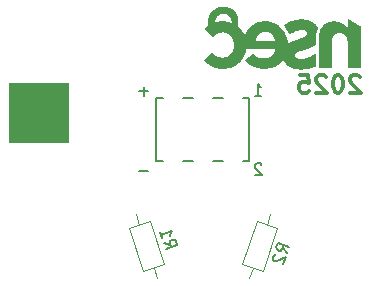
<source format=gbr>
%TF.GenerationSoftware,KiCad,Pcbnew,8.0.8*%
%TF.CreationDate,2025-04-07T01:52:13-03:00*%
%TF.ProjectId,Sao_Diamond,53616f5f-4469-4616-9d6f-6e642e6b6963,rev?*%
%TF.SameCoordinates,Original*%
%TF.FileFunction,Legend,Bot*%
%TF.FilePolarity,Positive*%
%FSLAX46Y46*%
G04 Gerber Fmt 4.6, Leading zero omitted, Abs format (unit mm)*
G04 Created by KiCad (PCBNEW 8.0.8) date 2025-04-07 01:52:13*
%MOMM*%
%LPD*%
G01*
G04 APERTURE LIST*
G04 Aperture macros list*
%AMHorizOval*
0 Thick line with rounded ends*
0 $1 width*
0 $2 $3 position (X,Y) of the first rounded end (center of the circle)*
0 $4 $5 position (X,Y) of the second rounded end (center of the circle)*
0 Add line between two ends*
20,1,$1,$2,$3,$4,$5,0*
0 Add two circle primitives to create the rounded ends*
1,1,$1,$2,$3*
1,1,$1,$4,$5*%
G04 Aperture macros list end*
%ADD10C,0.100000*%
%ADD11C,0.300000*%
%ADD12C,0.150000*%
%ADD13C,0.000000*%
%ADD14C,0.120000*%
%ADD15C,0.152400*%
%ADD16R,1.800000X1.800000*%
%ADD17C,1.800000*%
%ADD18C,1.400000*%
%ADD19HorizOval,1.400000X0.000000X0.000000X0.000000X0.000000X0*%
%ADD20HorizOval,1.400000X0.000000X0.000000X0.000000X0.000000X0*%
%ADD21R,1.041400X3.200400*%
G04 APERTURE END LIST*
D10*
X162600000Y-47500000D02*
X167600000Y-47500000D01*
X167600000Y-52500000D01*
X162600000Y-52500000D01*
X162600000Y-47500000D01*
G36*
X162600000Y-47500000D02*
G01*
X167600000Y-47500000D01*
X167600000Y-52500000D01*
X162600000Y-52500000D01*
X162600000Y-47500000D01*
G37*
D11*
X192266917Y-46993685D02*
X192195489Y-46922257D01*
X192195489Y-46922257D02*
X192052632Y-46850828D01*
X192052632Y-46850828D02*
X191695489Y-46850828D01*
X191695489Y-46850828D02*
X191552632Y-46922257D01*
X191552632Y-46922257D02*
X191481203Y-46993685D01*
X191481203Y-46993685D02*
X191409774Y-47136542D01*
X191409774Y-47136542D02*
X191409774Y-47279400D01*
X191409774Y-47279400D02*
X191481203Y-47493685D01*
X191481203Y-47493685D02*
X192338346Y-48350828D01*
X192338346Y-48350828D02*
X191409774Y-48350828D01*
X190481203Y-46850828D02*
X190338346Y-46850828D01*
X190338346Y-46850828D02*
X190195489Y-46922257D01*
X190195489Y-46922257D02*
X190124061Y-46993685D01*
X190124061Y-46993685D02*
X190052632Y-47136542D01*
X190052632Y-47136542D02*
X189981203Y-47422257D01*
X189981203Y-47422257D02*
X189981203Y-47779400D01*
X189981203Y-47779400D02*
X190052632Y-48065114D01*
X190052632Y-48065114D02*
X190124061Y-48207971D01*
X190124061Y-48207971D02*
X190195489Y-48279400D01*
X190195489Y-48279400D02*
X190338346Y-48350828D01*
X190338346Y-48350828D02*
X190481203Y-48350828D01*
X190481203Y-48350828D02*
X190624061Y-48279400D01*
X190624061Y-48279400D02*
X190695489Y-48207971D01*
X190695489Y-48207971D02*
X190766918Y-48065114D01*
X190766918Y-48065114D02*
X190838346Y-47779400D01*
X190838346Y-47779400D02*
X190838346Y-47422257D01*
X190838346Y-47422257D02*
X190766918Y-47136542D01*
X190766918Y-47136542D02*
X190695489Y-46993685D01*
X190695489Y-46993685D02*
X190624061Y-46922257D01*
X190624061Y-46922257D02*
X190481203Y-46850828D01*
X189409775Y-46993685D02*
X189338347Y-46922257D01*
X189338347Y-46922257D02*
X189195490Y-46850828D01*
X189195490Y-46850828D02*
X188838347Y-46850828D01*
X188838347Y-46850828D02*
X188695490Y-46922257D01*
X188695490Y-46922257D02*
X188624061Y-46993685D01*
X188624061Y-46993685D02*
X188552632Y-47136542D01*
X188552632Y-47136542D02*
X188552632Y-47279400D01*
X188552632Y-47279400D02*
X188624061Y-47493685D01*
X188624061Y-47493685D02*
X189481204Y-48350828D01*
X189481204Y-48350828D02*
X188552632Y-48350828D01*
X187195490Y-46850828D02*
X187909776Y-46850828D01*
X187909776Y-46850828D02*
X187981204Y-47565114D01*
X187981204Y-47565114D02*
X187909776Y-47493685D01*
X187909776Y-47493685D02*
X187766919Y-47422257D01*
X187766919Y-47422257D02*
X187409776Y-47422257D01*
X187409776Y-47422257D02*
X187266919Y-47493685D01*
X187266919Y-47493685D02*
X187195490Y-47565114D01*
X187195490Y-47565114D02*
X187124061Y-47707971D01*
X187124061Y-47707971D02*
X187124061Y-48065114D01*
X187124061Y-48065114D02*
X187195490Y-48207971D01*
X187195490Y-48207971D02*
X187266919Y-48279400D01*
X187266919Y-48279400D02*
X187409776Y-48350828D01*
X187409776Y-48350828D02*
X187766919Y-48350828D01*
X187766919Y-48350828D02*
X187909776Y-48279400D01*
X187909776Y-48279400D02*
X187981204Y-48207971D01*
D12*
X175651282Y-61056258D02*
X176208633Y-61221269D01*
X175832599Y-61598157D02*
X176780922Y-61280853D01*
X176780922Y-61280853D02*
X176660044Y-60919587D01*
X176660044Y-60919587D02*
X176584667Y-60844380D01*
X176584667Y-60844380D02*
X176524399Y-60814331D01*
X176524399Y-60814331D02*
X176418972Y-60799393D01*
X176418972Y-60799393D02*
X176283498Y-60844722D01*
X176283498Y-60844722D02*
X176208291Y-60920100D01*
X176208291Y-60920100D02*
X176178242Y-60980368D01*
X176178242Y-60980368D02*
X176163303Y-61085794D01*
X176163303Y-61085794D02*
X176284181Y-61447060D01*
X175349087Y-60153093D02*
X175530404Y-60694992D01*
X175439745Y-60424042D02*
X176388069Y-60106738D01*
X176388069Y-60106738D02*
X176282814Y-60242384D01*
X176282814Y-60242384D02*
X176222717Y-60362920D01*
X176222717Y-60362920D02*
X176207778Y-60468346D01*
X186096050Y-61958600D02*
X185750236Y-61491395D01*
X186277367Y-61416701D02*
X185329043Y-61099396D01*
X185329043Y-61099396D02*
X185208165Y-61460662D01*
X185208165Y-61460662D02*
X185223104Y-61566089D01*
X185223104Y-61566089D02*
X185253153Y-61626357D01*
X185253153Y-61626357D02*
X185328360Y-61701735D01*
X185328360Y-61701735D02*
X185463834Y-61747064D01*
X185463834Y-61747064D02*
X185569261Y-61732125D01*
X185569261Y-61732125D02*
X185629529Y-61702076D01*
X185629529Y-61702076D02*
X185704906Y-61626870D01*
X185704906Y-61626870D02*
X185825784Y-61265604D01*
X185117165Y-62032781D02*
X185056897Y-62062830D01*
X185056897Y-62062830D02*
X184981519Y-62138037D01*
X184981519Y-62138037D02*
X184905971Y-62363828D01*
X184905971Y-62363828D02*
X184920909Y-62469254D01*
X184920909Y-62469254D02*
X184950958Y-62529522D01*
X184950958Y-62529522D02*
X185026165Y-62604900D01*
X185026165Y-62604900D02*
X185116481Y-62635119D01*
X185116481Y-62635119D02*
X185267066Y-62635290D01*
X185267066Y-62635290D02*
X185990282Y-62274708D01*
X185990282Y-62274708D02*
X185793855Y-62861766D01*
X183349411Y-48594820D02*
X183920839Y-48594820D01*
X183635125Y-48594820D02*
X183635125Y-47594820D01*
X183635125Y-47594820D02*
X183730363Y-47737677D01*
X183730363Y-47737677D02*
X183825601Y-47832915D01*
X183825601Y-47832915D02*
X183920839Y-47880534D01*
X183920839Y-54440058D02*
X183873220Y-54392439D01*
X183873220Y-54392439D02*
X183777982Y-54344820D01*
X183777982Y-54344820D02*
X183539887Y-54344820D01*
X183539887Y-54344820D02*
X183444649Y-54392439D01*
X183444649Y-54392439D02*
X183397030Y-54440058D01*
X183397030Y-54440058D02*
X183349411Y-54535296D01*
X183349411Y-54535296D02*
X183349411Y-54630534D01*
X183349411Y-54630534D02*
X183397030Y-54773391D01*
X183397030Y-54773391D02*
X183968458Y-55344820D01*
X183968458Y-55344820D02*
X183349411Y-55344820D01*
X174373220Y-54963867D02*
X173611316Y-54963867D01*
X174373220Y-48213867D02*
X173611316Y-48213867D01*
X173992268Y-48594820D02*
X173992268Y-47832915D01*
D13*
%TO.C,REF\u002A\u002A*%
G36*
X191231616Y-42125730D02*
G01*
X191231955Y-42125764D01*
X191232309Y-42125821D01*
X191232676Y-42125901D01*
X191233058Y-42126005D01*
X191233454Y-42126132D01*
X191233864Y-42126282D01*
X191234287Y-42126456D01*
X191234725Y-42126653D01*
X191235177Y-42126873D01*
X192322085Y-42670327D01*
X192322497Y-42670557D01*
X192322890Y-42670813D01*
X192323263Y-42671095D01*
X192323613Y-42671401D01*
X192323942Y-42671729D01*
X192324246Y-42672078D01*
X192324526Y-42672447D01*
X192324781Y-42672834D01*
X192325010Y-42673238D01*
X192325211Y-42673657D01*
X192325384Y-42674090D01*
X192325527Y-42674535D01*
X192325641Y-42674992D01*
X192325723Y-42675458D01*
X192325773Y-42675932D01*
X192325790Y-42676413D01*
X192325790Y-46238895D01*
X192325786Y-46239065D01*
X192325773Y-46239233D01*
X192325752Y-46239398D01*
X192325724Y-46239561D01*
X192325687Y-46239721D01*
X192325643Y-46239878D01*
X192325592Y-46240032D01*
X192325534Y-46240182D01*
X192325468Y-46240328D01*
X192325396Y-46240471D01*
X192325317Y-46240609D01*
X192325232Y-46240743D01*
X192325141Y-46240873D01*
X192325043Y-46240998D01*
X192324940Y-46241118D01*
X192324831Y-46241233D01*
X192324717Y-46241343D01*
X192324597Y-46241447D01*
X192324473Y-46241545D01*
X192324343Y-46241637D01*
X192324209Y-46241723D01*
X192324071Y-46241803D01*
X192323928Y-46241876D01*
X192323781Y-46241942D01*
X192323631Y-46242001D01*
X192323476Y-46242053D01*
X192323318Y-46242098D01*
X192323157Y-46242135D01*
X192322993Y-46242164D01*
X192322826Y-46242185D01*
X192322656Y-46242198D01*
X192322483Y-46242202D01*
X191235046Y-46242202D01*
X191234618Y-46242195D01*
X191234204Y-46242175D01*
X191233803Y-46242142D01*
X191233415Y-46242095D01*
X191233040Y-46242034D01*
X191232679Y-46241961D01*
X191232331Y-46241873D01*
X191231996Y-46241773D01*
X191231675Y-46241659D01*
X191231367Y-46241531D01*
X191231073Y-46241390D01*
X191230792Y-46241236D01*
X191230525Y-46241068D01*
X191230271Y-46240887D01*
X191230030Y-46240692D01*
X191229803Y-46240484D01*
X191229590Y-46240262D01*
X191229390Y-46240027D01*
X191229204Y-46239779D01*
X191229032Y-46239517D01*
X191228873Y-46239241D01*
X191228728Y-46238952D01*
X191228596Y-46238650D01*
X191228479Y-46238334D01*
X191228375Y-46238005D01*
X191228285Y-46237662D01*
X191228208Y-46237306D01*
X191228146Y-46236936D01*
X191228097Y-46236553D01*
X191228062Y-46236156D01*
X191228041Y-46235746D01*
X191228034Y-46235323D01*
X191228695Y-44082011D01*
X191227082Y-44014630D01*
X191221890Y-43947986D01*
X191212965Y-43882473D01*
X191200152Y-43818489D01*
X191192239Y-43787193D01*
X191183295Y-43756427D01*
X191173301Y-43726241D01*
X191162239Y-43696684D01*
X191150088Y-43667805D01*
X191136829Y-43639655D01*
X191122442Y-43612282D01*
X191106909Y-43585736D01*
X191090210Y-43560066D01*
X191072326Y-43535322D01*
X191053236Y-43511553D01*
X191032923Y-43488809D01*
X191011365Y-43467139D01*
X190988545Y-43446592D01*
X190964442Y-43427218D01*
X190939037Y-43409067D01*
X190912311Y-43392187D01*
X190884244Y-43376629D01*
X190854817Y-43362441D01*
X190824011Y-43349674D01*
X190791806Y-43338376D01*
X190758183Y-43328597D01*
X190723122Y-43320387D01*
X190686604Y-43313794D01*
X190654667Y-43309381D01*
X190623091Y-43306063D01*
X190591876Y-43303840D01*
X190561021Y-43302713D01*
X190530527Y-43302682D01*
X190500392Y-43303746D01*
X190470618Y-43305907D01*
X190441203Y-43309164D01*
X190393303Y-43316815D01*
X190347566Y-43327032D01*
X190303993Y-43339817D01*
X190262582Y-43355169D01*
X190242688Y-43363808D01*
X190223335Y-43373088D01*
X190204523Y-43383011D01*
X190186251Y-43393575D01*
X190168521Y-43404781D01*
X190151331Y-43416628D01*
X190134682Y-43429118D01*
X190118573Y-43442249D01*
X190103006Y-43456022D01*
X190087979Y-43470437D01*
X190073494Y-43485494D01*
X190059549Y-43501192D01*
X190046145Y-43517533D01*
X190033281Y-43534515D01*
X190020959Y-43552139D01*
X190009177Y-43570405D01*
X189987236Y-43608863D01*
X189967459Y-43649888D01*
X189949844Y-43693480D01*
X189934393Y-43739640D01*
X189923071Y-43779130D01*
X189913255Y-43818095D01*
X189904944Y-43856536D01*
X189898139Y-43894452D01*
X189892839Y-43931843D01*
X189889045Y-43968710D01*
X189886757Y-44005052D01*
X189885974Y-44040869D01*
X189885050Y-46234926D01*
X189885042Y-46235374D01*
X189885021Y-46235808D01*
X189884985Y-46236227D01*
X189884935Y-46236633D01*
X189884871Y-46237024D01*
X189884793Y-46237400D01*
X189884700Y-46237763D01*
X189884594Y-46238111D01*
X189884472Y-46238445D01*
X189884337Y-46238765D01*
X189884188Y-46239071D01*
X189884024Y-46239362D01*
X189883846Y-46239639D01*
X189883654Y-46239902D01*
X189883448Y-46240150D01*
X189883227Y-46240385D01*
X189882992Y-46240605D01*
X189882743Y-46240811D01*
X189882480Y-46241003D01*
X189882203Y-46241180D01*
X189881912Y-46241343D01*
X189881606Y-46241492D01*
X189881286Y-46241627D01*
X189880953Y-46241748D01*
X189880605Y-46241854D01*
X189880242Y-46241947D01*
X189879866Y-46242025D01*
X189879476Y-46242089D01*
X189879071Y-46242138D01*
X189878652Y-46242174D01*
X189878220Y-46242195D01*
X189877773Y-46242202D01*
X188790865Y-46242202D01*
X188790652Y-46242199D01*
X188790446Y-46242188D01*
X188790247Y-46242171D01*
X188790054Y-46242146D01*
X188789867Y-46242115D01*
X188789687Y-46242076D01*
X188789514Y-46242031D01*
X188789347Y-46241979D01*
X188789186Y-46241919D01*
X188789032Y-46241853D01*
X188788885Y-46241780D01*
X188788744Y-46241700D01*
X188788610Y-46241612D01*
X188788482Y-46241518D01*
X188788360Y-46241417D01*
X188788246Y-46241309D01*
X188788137Y-46241194D01*
X188788035Y-46241072D01*
X188787940Y-46240943D01*
X188787851Y-46240807D01*
X188787769Y-46240664D01*
X188787693Y-46240514D01*
X188787624Y-46240357D01*
X188787561Y-46240193D01*
X188787505Y-46240022D01*
X188787455Y-46239844D01*
X188787411Y-46239659D01*
X188787375Y-46239467D01*
X188787344Y-46239268D01*
X188787321Y-46239062D01*
X188787293Y-46238630D01*
X188787690Y-43702070D01*
X188788782Y-43642390D01*
X188791929Y-43582412D01*
X188797131Y-43522137D01*
X188804388Y-43461564D01*
X188813701Y-43400693D01*
X188825068Y-43339525D01*
X188838490Y-43278059D01*
X188853968Y-43216295D01*
X188863329Y-43182732D01*
X188873295Y-43149910D01*
X188883866Y-43117828D01*
X188895041Y-43086485D01*
X188906820Y-43055883D01*
X188919203Y-43026020D01*
X188932189Y-42996897D01*
X188945779Y-42968513D01*
X188982039Y-42900213D01*
X189021267Y-42835609D01*
X189063464Y-42774701D01*
X189108629Y-42717489D01*
X189156762Y-42663973D01*
X189207863Y-42614153D01*
X189261933Y-42568029D01*
X189318971Y-42525600D01*
X189378978Y-42486868D01*
X189441953Y-42451831D01*
X189507896Y-42420490D01*
X189576807Y-42392845D01*
X189648688Y-42368897D01*
X189723536Y-42348643D01*
X189801353Y-42332086D01*
X189882138Y-42319225D01*
X189951309Y-42311416D01*
X190020022Y-42306576D01*
X190088211Y-42304750D01*
X190155813Y-42305986D01*
X190222761Y-42310331D01*
X190288993Y-42317832D01*
X190354442Y-42328537D01*
X190419044Y-42342492D01*
X190482735Y-42359744D01*
X190545449Y-42380342D01*
X190607123Y-42404330D01*
X190667691Y-42431758D01*
X190727088Y-42462671D01*
X190785250Y-42497117D01*
X190842112Y-42535144D01*
X190897610Y-42576797D01*
X190940781Y-42612243D01*
X190983009Y-42649326D01*
X191024292Y-42688046D01*
X191064625Y-42728403D01*
X191104006Y-42770398D01*
X191142429Y-42814029D01*
X191179892Y-42859298D01*
X191216392Y-42906203D01*
X191217784Y-42907955D01*
X191219084Y-42909442D01*
X191219699Y-42910086D01*
X191220291Y-42910663D01*
X191220861Y-42911174D01*
X191221407Y-42911618D01*
X191221930Y-42911996D01*
X191222431Y-42912308D01*
X191222909Y-42912553D01*
X191223364Y-42912732D01*
X191223796Y-42912844D01*
X191224206Y-42912890D01*
X191224593Y-42912870D01*
X191224958Y-42912783D01*
X191225300Y-42912630D01*
X191225620Y-42912410D01*
X191225917Y-42912124D01*
X191226192Y-42911772D01*
X191226445Y-42911353D01*
X191226676Y-42910868D01*
X191226884Y-42910317D01*
X191227070Y-42909699D01*
X191227234Y-42909015D01*
X191227376Y-42908264D01*
X191227497Y-42907447D01*
X191227595Y-42906564D01*
X191227725Y-42904598D01*
X191227769Y-42902367D01*
X191227769Y-42131371D01*
X191227776Y-42130870D01*
X191227798Y-42130393D01*
X191227835Y-42129939D01*
X191227886Y-42129508D01*
X191227952Y-42129100D01*
X191228033Y-42128715D01*
X191228128Y-42128354D01*
X191228238Y-42128015D01*
X191228363Y-42127700D01*
X191228501Y-42127408D01*
X191228655Y-42127140D01*
X191228823Y-42126895D01*
X191229005Y-42126672D01*
X191229201Y-42126474D01*
X191229412Y-42126298D01*
X191229638Y-42126145D01*
X191229878Y-42126016D01*
X191230132Y-42125910D01*
X191230400Y-42125828D01*
X191230683Y-42125769D01*
X191230979Y-42125732D01*
X191231290Y-42125720D01*
X191231616Y-42125730D01*
G37*
G36*
X180747310Y-41068696D02*
G01*
X180804361Y-41071274D01*
X180862096Y-41075948D01*
X180951408Y-41087099D01*
X181038227Y-41102774D01*
X181122413Y-41123026D01*
X181203824Y-41147904D01*
X181282322Y-41177461D01*
X181320434Y-41194010D01*
X181357766Y-41211747D01*
X181394299Y-41230679D01*
X181430016Y-41250812D01*
X181464899Y-41272154D01*
X181498932Y-41294709D01*
X181532096Y-41318485D01*
X181564373Y-41343487D01*
X181595748Y-41369723D01*
X181626201Y-41397198D01*
X181655715Y-41425920D01*
X181684274Y-41455894D01*
X181711858Y-41487126D01*
X181738452Y-41519623D01*
X181764037Y-41553392D01*
X181788596Y-41588439D01*
X181812111Y-41624770D01*
X181834565Y-41662391D01*
X181855940Y-41701309D01*
X181876219Y-41741531D01*
X181895384Y-41783062D01*
X181913418Y-41825909D01*
X181922857Y-41850764D01*
X181931399Y-41876114D01*
X181939044Y-41901961D01*
X181945793Y-41928303D01*
X181951645Y-41955142D01*
X181956601Y-41982477D01*
X181960659Y-42010308D01*
X181963821Y-42038635D01*
X181965952Y-42063078D01*
X181967720Y-42086996D01*
X181969126Y-42110389D01*
X181970168Y-42133258D01*
X181970847Y-42155601D01*
X181971162Y-42177419D01*
X181971113Y-42198711D01*
X181970700Y-42219477D01*
X181962300Y-42457784D01*
X181960804Y-42518496D01*
X181960059Y-42579139D01*
X181960319Y-42639450D01*
X181961837Y-42699167D01*
X181962140Y-42706005D01*
X181962521Y-42712826D01*
X181962982Y-42719632D01*
X181963522Y-42726420D01*
X181964140Y-42733192D01*
X181964837Y-42739948D01*
X181965613Y-42746686D01*
X181966467Y-42753406D01*
X181966598Y-42754240D01*
X181966762Y-42755056D01*
X181966960Y-42755853D01*
X181967191Y-42756631D01*
X181967455Y-42757391D01*
X181967753Y-42758132D01*
X181968084Y-42758854D01*
X181968448Y-42759558D01*
X181968846Y-42760243D01*
X181969276Y-42760910D01*
X181969740Y-42761558D01*
X181970236Y-42762187D01*
X181970766Y-42762798D01*
X181971329Y-42763390D01*
X181971924Y-42763964D01*
X181972553Y-42764519D01*
X182017602Y-42803522D01*
X182061241Y-42843536D01*
X182103470Y-42884562D01*
X182144288Y-42926600D01*
X182183695Y-42969650D01*
X182221692Y-43013712D01*
X182258278Y-43058785D01*
X182293454Y-43104871D01*
X182327219Y-43151968D01*
X182359574Y-43200077D01*
X182390517Y-43249198D01*
X182420051Y-43299331D01*
X182448173Y-43350476D01*
X182474885Y-43402633D01*
X182500186Y-43455801D01*
X182524077Y-43509982D01*
X182524381Y-43510671D01*
X182524684Y-43511314D01*
X182524985Y-43511912D01*
X182525285Y-43512466D01*
X182525583Y-43512974D01*
X182525880Y-43513438D01*
X182526176Y-43513857D01*
X182526470Y-43514231D01*
X182526762Y-43514560D01*
X182527053Y-43514844D01*
X182527343Y-43515083D01*
X182527631Y-43515277D01*
X182527917Y-43515427D01*
X182528202Y-43515531D01*
X182528486Y-43515590D01*
X182528768Y-43515605D01*
X182529048Y-43515574D01*
X182529327Y-43515499D01*
X182529605Y-43515378D01*
X182529881Y-43515213D01*
X182530155Y-43515002D01*
X182530428Y-43514747D01*
X182530699Y-43514447D01*
X182530969Y-43514101D01*
X182531237Y-43513711D01*
X182531504Y-43513275D01*
X182531769Y-43512795D01*
X182532033Y-43512270D01*
X182532295Y-43511699D01*
X182532556Y-43511084D01*
X182532815Y-43510423D01*
X182533072Y-43509718D01*
X182546282Y-43473391D01*
X182560158Y-43437302D01*
X182574697Y-43401475D01*
X182589892Y-43365935D01*
X182605738Y-43330706D01*
X182622230Y-43295812D01*
X182639362Y-43261278D01*
X182657129Y-43227126D01*
X182675525Y-43193383D01*
X182694545Y-43160071D01*
X182714184Y-43127216D01*
X182734437Y-43094841D01*
X182755296Y-43062971D01*
X182776759Y-43031629D01*
X182798818Y-43000841D01*
X182821468Y-42970630D01*
X182893796Y-42882509D01*
X182970293Y-42801047D01*
X183050748Y-42726148D01*
X183134950Y-42657722D01*
X183222686Y-42595676D01*
X183313745Y-42539916D01*
X183407915Y-42490351D01*
X183504986Y-42446887D01*
X183604745Y-42409432D01*
X183706980Y-42377893D01*
X183811480Y-42352178D01*
X183918034Y-42332194D01*
X184026429Y-42317848D01*
X184136454Y-42309048D01*
X184247898Y-42305702D01*
X184360549Y-42307716D01*
X184461960Y-42314588D01*
X184562270Y-42326768D01*
X184661285Y-42344180D01*
X184758813Y-42366747D01*
X184854660Y-42394390D01*
X184948634Y-42427034D01*
X185040541Y-42464601D01*
X185130189Y-42507013D01*
X185217384Y-42554194D01*
X185301933Y-42606067D01*
X185383644Y-42662554D01*
X185462323Y-42723579D01*
X185537778Y-42789063D01*
X185609815Y-42858931D01*
X185678242Y-42933105D01*
X185742864Y-43011507D01*
X185786000Y-43068934D01*
X185826903Y-43127508D01*
X185865573Y-43187231D01*
X185902011Y-43248102D01*
X185936217Y-43310121D01*
X185968190Y-43373289D01*
X185997931Y-43437605D01*
X186025440Y-43503069D01*
X186050716Y-43569681D01*
X186073759Y-43637441D01*
X186094570Y-43706350D01*
X186113149Y-43776408D01*
X186129495Y-43847613D01*
X186143609Y-43919968D01*
X186155491Y-43993470D01*
X186165140Y-44068121D01*
X186168302Y-44098308D01*
X186170922Y-44128942D01*
X186172999Y-44160022D01*
X186174532Y-44191549D01*
X186174565Y-44192178D01*
X186174614Y-44192775D01*
X186174678Y-44193341D01*
X186174758Y-44193874D01*
X186174853Y-44194376D01*
X186174965Y-44194847D01*
X186175092Y-44195285D01*
X186175235Y-44195691D01*
X186175393Y-44196066D01*
X186175568Y-44196409D01*
X186175758Y-44196720D01*
X186175964Y-44197000D01*
X186176186Y-44197248D01*
X186176423Y-44197463D01*
X186176676Y-44197648D01*
X186176945Y-44197800D01*
X186177230Y-44197920D01*
X186177531Y-44198009D01*
X186177847Y-44198066D01*
X186178179Y-44198091D01*
X186178527Y-44198085D01*
X186178891Y-44198046D01*
X186179270Y-44197976D01*
X186179665Y-44197874D01*
X186180076Y-44197741D01*
X186180503Y-44197575D01*
X186180946Y-44197378D01*
X186181404Y-44197149D01*
X186181879Y-44196888D01*
X186182369Y-44196595D01*
X186182875Y-44196271D01*
X186183396Y-44195915D01*
X186220225Y-44170486D01*
X186257761Y-44145924D01*
X186295967Y-44122204D01*
X186334806Y-44099301D01*
X186374241Y-44077188D01*
X186414235Y-44055840D01*
X186495753Y-44015337D01*
X186579063Y-43977587D01*
X186663869Y-43942386D01*
X186749875Y-43909529D01*
X186836784Y-43878812D01*
X187082845Y-43794608D01*
X187318855Y-43713182D01*
X187359040Y-43698884D01*
X187398302Y-43684097D01*
X187436643Y-43668821D01*
X187474063Y-43653057D01*
X187510561Y-43636806D01*
X187546138Y-43620066D01*
X187580793Y-43602839D01*
X187614527Y-43585124D01*
X187635682Y-43573247D01*
X187656329Y-43560662D01*
X187676308Y-43547333D01*
X187695461Y-43533224D01*
X187713629Y-43518300D01*
X187730655Y-43502524D01*
X187746379Y-43485862D01*
X187760643Y-43468277D01*
X187767178Y-43459128D01*
X187773289Y-43449735D01*
X187778955Y-43440093D01*
X187784157Y-43430198D01*
X187788876Y-43420046D01*
X187793091Y-43409632D01*
X187796782Y-43398952D01*
X187799930Y-43388001D01*
X187802514Y-43376775D01*
X187804516Y-43365270D01*
X187805915Y-43353480D01*
X187806691Y-43341402D01*
X187806825Y-43329030D01*
X187806297Y-43316362D01*
X187805087Y-43303391D01*
X187803175Y-43290114D01*
X187800643Y-43277181D01*
X187797499Y-43264649D01*
X187793765Y-43252513D01*
X187789459Y-43240771D01*
X187784601Y-43229419D01*
X187779211Y-43218454D01*
X187773310Y-43207872D01*
X187766917Y-43197669D01*
X187760051Y-43187842D01*
X187752733Y-43178388D01*
X187744982Y-43169303D01*
X187736818Y-43160584D01*
X187719333Y-43144230D01*
X187700434Y-43129297D01*
X187680281Y-43115757D01*
X187659033Y-43103584D01*
X187636847Y-43092748D01*
X187613884Y-43083224D01*
X187590302Y-43074982D01*
X187566258Y-43067996D01*
X187541913Y-43062237D01*
X187517425Y-43057677D01*
X187478684Y-43052391D01*
X187439506Y-43048926D01*
X187399963Y-43047191D01*
X187360130Y-43047098D01*
X187320080Y-43048557D01*
X187279886Y-43051477D01*
X187239622Y-43055771D01*
X187199362Y-43061348D01*
X187159180Y-43068119D01*
X187119149Y-43075994D01*
X187079343Y-43084883D01*
X187039835Y-43094698D01*
X186962010Y-43116745D01*
X186886261Y-43141418D01*
X186808534Y-43169486D01*
X186731197Y-43199716D01*
X186654249Y-43232109D01*
X186577689Y-43266663D01*
X186501519Y-43303380D01*
X186425737Y-43342260D01*
X186350343Y-43383302D01*
X186275338Y-43426506D01*
X186274804Y-43426807D01*
X186274276Y-43427080D01*
X186273756Y-43427327D01*
X186273244Y-43427547D01*
X186272738Y-43427740D01*
X186272240Y-43427906D01*
X186271749Y-43428046D01*
X186271266Y-43428158D01*
X186270789Y-43428244D01*
X186270320Y-43428303D01*
X186269859Y-43428335D01*
X186269404Y-43428340D01*
X186268957Y-43428318D01*
X186268517Y-43428270D01*
X186268085Y-43428194D01*
X186267659Y-43428092D01*
X186267241Y-43427963D01*
X186266831Y-43427807D01*
X186266427Y-43427624D01*
X186266031Y-43427415D01*
X186265642Y-43427178D01*
X186265261Y-43426915D01*
X186264886Y-43426625D01*
X186264519Y-43426307D01*
X186264160Y-43425963D01*
X186263807Y-43425593D01*
X186263462Y-43425195D01*
X186263124Y-43424770D01*
X186262793Y-43424318D01*
X186262470Y-43423840D01*
X186262154Y-43423335D01*
X186261846Y-43422802D01*
X185822769Y-42627597D01*
X185822610Y-42627288D01*
X185822467Y-42626975D01*
X185822341Y-42626659D01*
X185822231Y-42626339D01*
X185822137Y-42626016D01*
X185822058Y-42625691D01*
X185821996Y-42625365D01*
X185821949Y-42625037D01*
X185821917Y-42624709D01*
X185821901Y-42624381D01*
X185821900Y-42624053D01*
X185821914Y-42623726D01*
X185821944Y-42623401D01*
X185821987Y-42623078D01*
X185822046Y-42622757D01*
X185822119Y-42622439D01*
X185822207Y-42622125D01*
X185822308Y-42621815D01*
X185822424Y-42621510D01*
X185822554Y-42621210D01*
X185822697Y-42620915D01*
X185822855Y-42620627D01*
X185823026Y-42620346D01*
X185823210Y-42620072D01*
X185823407Y-42619806D01*
X185823618Y-42619548D01*
X185823842Y-42619298D01*
X185824078Y-42619059D01*
X185824328Y-42618829D01*
X185824589Y-42618610D01*
X185824864Y-42618401D01*
X185825150Y-42618204D01*
X185916499Y-42560541D01*
X186010156Y-42506186D01*
X186105959Y-42455240D01*
X186203746Y-42407807D01*
X186303354Y-42363987D01*
X186404619Y-42323883D01*
X186507381Y-42287596D01*
X186611475Y-42255229D01*
X186716740Y-42226883D01*
X186823013Y-42202661D01*
X186930131Y-42182664D01*
X187037932Y-42166995D01*
X187146253Y-42155754D01*
X187254931Y-42149045D01*
X187363805Y-42146968D01*
X187472711Y-42149627D01*
X187569231Y-42156560D01*
X187665472Y-42168425D01*
X187761002Y-42185295D01*
X187855385Y-42207240D01*
X187948188Y-42234333D01*
X188038978Y-42266643D01*
X188127321Y-42304244D01*
X188170439Y-42325050D01*
X188212783Y-42347205D01*
X188254298Y-42370718D01*
X188294931Y-42395598D01*
X188334626Y-42421854D01*
X188373330Y-42449495D01*
X188410989Y-42478530D01*
X188447548Y-42508967D01*
X188482952Y-42540816D01*
X188517149Y-42574085D01*
X188550084Y-42608784D01*
X188581702Y-42644920D01*
X188611949Y-42682504D01*
X188640771Y-42721545D01*
X188668114Y-42762050D01*
X188693924Y-42804029D01*
X188718146Y-42847491D01*
X188740727Y-42892445D01*
X188741050Y-42893172D01*
X188741328Y-42893899D01*
X188741559Y-42894626D01*
X188741743Y-42895354D01*
X188741881Y-42896082D01*
X188741972Y-42896810D01*
X188742017Y-42897537D01*
X188742016Y-42898266D01*
X188741968Y-42898994D01*
X188741873Y-42899722D01*
X188741732Y-42900449D01*
X188741544Y-42901177D01*
X188741310Y-42901905D01*
X188741030Y-42902632D01*
X188740703Y-42903359D01*
X188740329Y-42904086D01*
X188718246Y-42946340D01*
X188697536Y-42989371D01*
X188678194Y-43033116D01*
X188660218Y-43077517D01*
X188643603Y-43122511D01*
X188628345Y-43168038D01*
X188614441Y-43214037D01*
X188601886Y-43260447D01*
X188590677Y-43307208D01*
X188580809Y-43354258D01*
X188572280Y-43401537D01*
X188565084Y-43448983D01*
X188559219Y-43496537D01*
X188554679Y-43544137D01*
X188551463Y-43591722D01*
X188549564Y-43639231D01*
X188546370Y-43790587D01*
X188544863Y-43940390D01*
X188545046Y-44088640D01*
X188546919Y-44235338D01*
X188546923Y-44236534D01*
X188546872Y-44237708D01*
X188546764Y-44238858D01*
X188546602Y-44239986D01*
X188546383Y-44241091D01*
X188546108Y-44242173D01*
X188545778Y-44243232D01*
X188545393Y-44244269D01*
X188544951Y-44245283D01*
X188544454Y-44246274D01*
X188543901Y-44247242D01*
X188543293Y-44248187D01*
X188542629Y-44249110D01*
X188541910Y-44250010D01*
X188541134Y-44250887D01*
X188540304Y-44251742D01*
X188529373Y-44262510D01*
X188518211Y-44273116D01*
X188506817Y-44283561D01*
X188495191Y-44293843D01*
X188483334Y-44303965D01*
X188471246Y-44313926D01*
X188458928Y-44323726D01*
X188446378Y-44333366D01*
X188407492Y-44361790D01*
X188367765Y-44388997D01*
X188327248Y-44415029D01*
X188285990Y-44439929D01*
X188244045Y-44463738D01*
X188201462Y-44486498D01*
X188158293Y-44508252D01*
X188114590Y-44529042D01*
X188070403Y-44548909D01*
X188025783Y-44567895D01*
X187935450Y-44603396D01*
X187844002Y-44635879D01*
X187751846Y-44665682D01*
X187540470Y-44730173D01*
X187331555Y-44792153D01*
X187293864Y-44803467D01*
X187256533Y-44815253D01*
X187219563Y-44827511D01*
X187182954Y-44840241D01*
X187146704Y-44853442D01*
X187110815Y-44867114D01*
X187075286Y-44881257D01*
X187040116Y-44895870D01*
X187023071Y-44903315D01*
X187006287Y-44911075D01*
X186989794Y-44919162D01*
X186973624Y-44927591D01*
X186957806Y-44936375D01*
X186942374Y-44945527D01*
X186927357Y-44955062D01*
X186912786Y-44964992D01*
X186898693Y-44975332D01*
X186885108Y-44986094D01*
X186872063Y-44997293D01*
X186859588Y-45008942D01*
X186847715Y-45021054D01*
X186836474Y-45033644D01*
X186825897Y-45046724D01*
X186816014Y-45060309D01*
X186813493Y-45064051D01*
X186811091Y-45067772D01*
X186808805Y-45071471D01*
X186806638Y-45075149D01*
X186804589Y-45078805D01*
X186802657Y-45082440D01*
X186800843Y-45086053D01*
X186799147Y-45089644D01*
X186797569Y-45093214D01*
X186796109Y-45096762D01*
X186794766Y-45100288D01*
X186793542Y-45103792D01*
X186792435Y-45107275D01*
X186791446Y-45110735D01*
X186790574Y-45114174D01*
X186789821Y-45117590D01*
X186786190Y-45138410D01*
X186783759Y-45158580D01*
X186782495Y-45178105D01*
X186782366Y-45196990D01*
X186783339Y-45215239D01*
X186785381Y-45232856D01*
X186788460Y-45249847D01*
X186792543Y-45266216D01*
X186797598Y-45281968D01*
X186803591Y-45297106D01*
X186810490Y-45311637D01*
X186818263Y-45325564D01*
X186826877Y-45338892D01*
X186836300Y-45351625D01*
X186846498Y-45363769D01*
X186857439Y-45375328D01*
X186869090Y-45386306D01*
X186881419Y-45396708D01*
X186894394Y-45406538D01*
X186907981Y-45415802D01*
X186922147Y-45424504D01*
X186936861Y-45432648D01*
X186967801Y-45447282D01*
X187000538Y-45459741D01*
X187034812Y-45470061D01*
X187070361Y-45478281D01*
X187106925Y-45484435D01*
X187161023Y-45490631D01*
X187215966Y-45494404D01*
X187271751Y-45495756D01*
X187328380Y-45494685D01*
X187385853Y-45491192D01*
X187444169Y-45485276D01*
X187503328Y-45476939D01*
X187563331Y-45466179D01*
X187629321Y-45451956D01*
X187694634Y-45435582D01*
X187759271Y-45417137D01*
X187823232Y-45396699D01*
X187886516Y-45374347D01*
X187949123Y-45350161D01*
X188011053Y-45324218D01*
X188072306Y-45296598D01*
X188132882Y-45267379D01*
X188192779Y-45236642D01*
X188251999Y-45204463D01*
X188310541Y-45170923D01*
X188368404Y-45136100D01*
X188425589Y-45100073D01*
X188482095Y-45062920D01*
X188537923Y-45024722D01*
X188538394Y-45024405D01*
X188538850Y-45024117D01*
X188539292Y-45023857D01*
X188539719Y-45023625D01*
X188540130Y-45023422D01*
X188540527Y-45023247D01*
X188540909Y-45023101D01*
X188541276Y-45022983D01*
X188541628Y-45022894D01*
X188541965Y-45022833D01*
X188542287Y-45022800D01*
X188542595Y-45022796D01*
X188542887Y-45022821D01*
X188543165Y-45022874D01*
X188543427Y-45022955D01*
X188543674Y-45023065D01*
X188543907Y-45023203D01*
X188544125Y-45023370D01*
X188544327Y-45023565D01*
X188544515Y-45023789D01*
X188544687Y-45024041D01*
X188544845Y-45024321D01*
X188544988Y-45024630D01*
X188545116Y-45024967D01*
X188545228Y-45025333D01*
X188545326Y-45025728D01*
X188545409Y-45026150D01*
X188545476Y-45026601D01*
X188545529Y-45027081D01*
X188545566Y-45027589D01*
X188545589Y-45028125D01*
X188545596Y-45028690D01*
X188545596Y-46094432D01*
X188545563Y-46095570D01*
X188545522Y-46096124D01*
X188545464Y-46096668D01*
X188545389Y-46097201D01*
X188545298Y-46097725D01*
X188545190Y-46098238D01*
X188545066Y-46098741D01*
X188544925Y-46099234D01*
X188544768Y-46099717D01*
X188544594Y-46100190D01*
X188544403Y-46100653D01*
X188544196Y-46101105D01*
X188543973Y-46101548D01*
X188543733Y-46101980D01*
X188543476Y-46102403D01*
X188543203Y-46102815D01*
X188542913Y-46103217D01*
X188542607Y-46103610D01*
X188542285Y-46103992D01*
X188541946Y-46104364D01*
X188541590Y-46104726D01*
X188541218Y-46105078D01*
X188540830Y-46105419D01*
X188540425Y-46105751D01*
X188540003Y-46106073D01*
X188539565Y-46106385D01*
X188539111Y-46106687D01*
X188538640Y-46106978D01*
X188538153Y-46107260D01*
X188537129Y-46107793D01*
X188450974Y-46147345D01*
X188364523Y-46183982D01*
X188277778Y-46217703D01*
X188190736Y-46248508D01*
X188103400Y-46276398D01*
X188015768Y-46301372D01*
X187927841Y-46323431D01*
X187839618Y-46342575D01*
X187751100Y-46358803D01*
X187662286Y-46372115D01*
X187573177Y-46382512D01*
X187483772Y-46389994D01*
X187394072Y-46394560D01*
X187304075Y-46396211D01*
X187213783Y-46394946D01*
X187123196Y-46390765D01*
X187016500Y-46381697D01*
X186910886Y-46367718D01*
X186806819Y-46348647D01*
X186704763Y-46324305D01*
X186605185Y-46294513D01*
X186556469Y-46277516D01*
X186508547Y-46259090D01*
X186461477Y-46239210D01*
X186415316Y-46217856D01*
X186370123Y-46195004D01*
X186325957Y-46170632D01*
X186282874Y-46144718D01*
X186240933Y-46117238D01*
X186200193Y-46088171D01*
X186160711Y-46057494D01*
X186122545Y-46025184D01*
X186085754Y-45991220D01*
X186050396Y-45955578D01*
X186016528Y-45918236D01*
X185984210Y-45879172D01*
X185953499Y-45838363D01*
X185924452Y-45795787D01*
X185897129Y-45751421D01*
X185871588Y-45705242D01*
X185847886Y-45657229D01*
X185826081Y-45607359D01*
X185806233Y-45555608D01*
X185806057Y-45555135D01*
X185805876Y-45554689D01*
X185805691Y-45554270D01*
X185805501Y-45553880D01*
X185805306Y-45553516D01*
X185805107Y-45553181D01*
X185804903Y-45552873D01*
X185804694Y-45552592D01*
X185804481Y-45552340D01*
X185804263Y-45552114D01*
X185804041Y-45551917D01*
X185803814Y-45551747D01*
X185803582Y-45551605D01*
X185803346Y-45551490D01*
X185803105Y-45551403D01*
X185802859Y-45551344D01*
X185802608Y-45551312D01*
X185802353Y-45551308D01*
X185802094Y-45551331D01*
X185801829Y-45551382D01*
X185801560Y-45551461D01*
X185801287Y-45551568D01*
X185801009Y-45551702D01*
X185800726Y-45551864D01*
X185800438Y-45552053D01*
X185800146Y-45552270D01*
X185799849Y-45552515D01*
X185799548Y-45552787D01*
X185799241Y-45553087D01*
X185798931Y-45553415D01*
X185798615Y-45553770D01*
X185798295Y-45554153D01*
X185760443Y-45600546D01*
X185728643Y-45638917D01*
X185715013Y-45655096D01*
X185702896Y-45669270D01*
X185692292Y-45681439D01*
X185683201Y-45691604D01*
X185615568Y-45762062D01*
X185544969Y-45828379D01*
X185471543Y-45890556D01*
X185395428Y-45948595D01*
X185316761Y-46002497D01*
X185235682Y-46052264D01*
X185152328Y-46097896D01*
X185066838Y-46139395D01*
X184979349Y-46176763D01*
X184890000Y-46210000D01*
X184798929Y-46239109D01*
X184706275Y-46264090D01*
X184612174Y-46284945D01*
X184516767Y-46301676D01*
X184420190Y-46314283D01*
X184322582Y-46322768D01*
X184230187Y-46327178D01*
X184138610Y-46328235D01*
X184047853Y-46325938D01*
X183957915Y-46320289D01*
X183868795Y-46311286D01*
X183780496Y-46298931D01*
X183693015Y-46283223D01*
X183606355Y-46264163D01*
X183531075Y-46244400D01*
X183457119Y-46221652D01*
X183384529Y-46195960D01*
X183313349Y-46167364D01*
X183243622Y-46135906D01*
X183175390Y-46101626D01*
X183108697Y-46064565D01*
X183043586Y-46024764D01*
X182980099Y-45982264D01*
X182918280Y-45937106D01*
X182858172Y-45889331D01*
X182799818Y-45838979D01*
X182743260Y-45786092D01*
X182688542Y-45730710D01*
X182635707Y-45672874D01*
X182584798Y-45612626D01*
X182584470Y-45612214D01*
X182584165Y-45611804D01*
X182583883Y-45611396D01*
X182583624Y-45610990D01*
X182583388Y-45610586D01*
X182583175Y-45610184D01*
X182582985Y-45609784D01*
X182582818Y-45609387D01*
X182582675Y-45608991D01*
X182582554Y-45608597D01*
X182582457Y-45608205D01*
X182582382Y-45607816D01*
X182582331Y-45607428D01*
X182582302Y-45607043D01*
X182582297Y-45606659D01*
X182582315Y-45606278D01*
X182582355Y-45605898D01*
X182582419Y-45605521D01*
X182582506Y-45605146D01*
X182582615Y-45604772D01*
X182582748Y-45604401D01*
X182582904Y-45604032D01*
X182583082Y-45603665D01*
X182583284Y-45603300D01*
X182583509Y-45602937D01*
X182583756Y-45602576D01*
X182584027Y-45602218D01*
X182584320Y-45601861D01*
X182584637Y-45601506D01*
X182584976Y-45601154D01*
X182585339Y-45600803D01*
X182585724Y-45600455D01*
X183202865Y-45054091D01*
X183203253Y-45053754D01*
X183203641Y-45053440D01*
X183204029Y-45053148D01*
X183204418Y-45052877D01*
X183204806Y-45052629D01*
X183205194Y-45052402D01*
X183205582Y-45052197D01*
X183205971Y-45052015D01*
X183206359Y-45051854D01*
X183206747Y-45051715D01*
X183207135Y-45051598D01*
X183207524Y-45051504D01*
X183207912Y-45051431D01*
X183208301Y-45051380D01*
X183208689Y-45051351D01*
X183209078Y-45051344D01*
X183209466Y-45051359D01*
X183209855Y-45051396D01*
X183210243Y-45051455D01*
X183210632Y-45051536D01*
X183211021Y-45051639D01*
X183211409Y-45051764D01*
X183211798Y-45051911D01*
X183212187Y-45052080D01*
X183212576Y-45052271D01*
X183212965Y-45052483D01*
X183213354Y-45052718D01*
X183213743Y-45052975D01*
X183214132Y-45053254D01*
X183214522Y-45053555D01*
X183214911Y-45053878D01*
X183215300Y-45054223D01*
X183253405Y-45088518D01*
X183292043Y-45121791D01*
X183331260Y-45153946D01*
X183371099Y-45184892D01*
X183411604Y-45214535D01*
X183452821Y-45242781D01*
X183494792Y-45269538D01*
X183537563Y-45294713D01*
X183581177Y-45318211D01*
X183625678Y-45339940D01*
X183671112Y-45359808D01*
X183717521Y-45377719D01*
X183764950Y-45393582D01*
X183813444Y-45407303D01*
X183863046Y-45418789D01*
X183913800Y-45427947D01*
X183945167Y-45432501D01*
X183976265Y-45436407D01*
X184007092Y-45439662D01*
X184037650Y-45442269D01*
X184067938Y-45444227D01*
X184097957Y-45445535D01*
X184127705Y-45446195D01*
X184157184Y-45446205D01*
X184186393Y-45445566D01*
X184215332Y-45444278D01*
X184244002Y-45442341D01*
X184272402Y-45439755D01*
X184300532Y-45436519D01*
X184328392Y-45432635D01*
X184355982Y-45428102D01*
X184383303Y-45422920D01*
X184418893Y-45415039D01*
X184453605Y-45406041D01*
X184487439Y-45395945D01*
X184520394Y-45384766D01*
X184552470Y-45372522D01*
X184583666Y-45359230D01*
X184613982Y-45344907D01*
X184643418Y-45329569D01*
X184671972Y-45313235D01*
X184699646Y-45295921D01*
X184752346Y-45258421D01*
X184801516Y-45217205D01*
X184847151Y-45172409D01*
X184889249Y-45124170D01*
X184927805Y-45072625D01*
X184962817Y-45017908D01*
X184994280Y-44960157D01*
X185022192Y-44899508D01*
X185046548Y-44836097D01*
X185067346Y-44770060D01*
X185084581Y-44701534D01*
X185084672Y-44701094D01*
X185084745Y-44700668D01*
X185084801Y-44700257D01*
X185084839Y-44699859D01*
X185084860Y-44699475D01*
X185084864Y-44699106D01*
X185084851Y-44698750D01*
X185084820Y-44698408D01*
X185084771Y-44698080D01*
X185084706Y-44697766D01*
X185084623Y-44697466D01*
X185084523Y-44697180D01*
X185084406Y-44696908D01*
X185084271Y-44696650D01*
X185084119Y-44696406D01*
X185083950Y-44696175D01*
X185083763Y-44695959D01*
X185083559Y-44695757D01*
X185083338Y-44695569D01*
X185083100Y-44695394D01*
X185082844Y-44695234D01*
X185082571Y-44695087D01*
X185082281Y-44694955D01*
X185081973Y-44694836D01*
X185081648Y-44694731D01*
X185081306Y-44694641D01*
X185080947Y-44694564D01*
X185080571Y-44694501D01*
X185080177Y-44694452D01*
X185079766Y-44694417D01*
X185079338Y-44694396D01*
X185078893Y-44694389D01*
X182659675Y-44694389D01*
X182659291Y-44694395D01*
X182658917Y-44694413D01*
X182658553Y-44694443D01*
X182658199Y-44694484D01*
X182657855Y-44694538D01*
X182657521Y-44694603D01*
X182657198Y-44694680D01*
X182656884Y-44694769D01*
X182656581Y-44694870D01*
X182656288Y-44694983D01*
X182656005Y-44695108D01*
X182655732Y-44695244D01*
X182655470Y-44695393D01*
X182655217Y-44695553D01*
X182654975Y-44695725D01*
X182654742Y-44695909D01*
X182654520Y-44696105D01*
X182654308Y-44696313D01*
X182654106Y-44696533D01*
X182653914Y-44696765D01*
X182653732Y-44697008D01*
X182653561Y-44697264D01*
X182653399Y-44697531D01*
X182653248Y-44697811D01*
X182653106Y-44698102D01*
X182652975Y-44698405D01*
X182652854Y-44698720D01*
X182652743Y-44699048D01*
X182652642Y-44699386D01*
X182652551Y-44699737D01*
X182652470Y-44700100D01*
X182652399Y-44700475D01*
X182639784Y-44764899D01*
X182625356Y-44828328D01*
X182609113Y-44890761D01*
X182591057Y-44952200D01*
X182571187Y-45012643D01*
X182549503Y-45072092D01*
X182526005Y-45130545D01*
X182500694Y-45188003D01*
X182473568Y-45244465D01*
X182444629Y-45299933D01*
X182413876Y-45354405D01*
X182381309Y-45407881D01*
X182346928Y-45460362D01*
X182310733Y-45511848D01*
X182272725Y-45562338D01*
X182232902Y-45611832D01*
X182170566Y-45683547D01*
X182105928Y-45751513D01*
X182038988Y-45815732D01*
X181969747Y-45876203D01*
X181898204Y-45932927D01*
X181824360Y-45985903D01*
X181748214Y-46035131D01*
X181669766Y-46080611D01*
X181589017Y-46122344D01*
X181505967Y-46160329D01*
X181420615Y-46194566D01*
X181332961Y-46225056D01*
X181243006Y-46251798D01*
X181150749Y-46274793D01*
X181056190Y-46294039D01*
X180959330Y-46309538D01*
X180888473Y-46318042D01*
X180816198Y-46324106D01*
X180742504Y-46327732D01*
X180667393Y-46328918D01*
X180590863Y-46327665D01*
X180512917Y-46323973D01*
X180433553Y-46317843D01*
X180352773Y-46309274D01*
X180286420Y-46300241D01*
X180221106Y-46289213D01*
X180156831Y-46276192D01*
X180093597Y-46261178D01*
X180031402Y-46244169D01*
X179970247Y-46225167D01*
X179910131Y-46204172D01*
X179851056Y-46181182D01*
X179793020Y-46156200D01*
X179736023Y-46129223D01*
X179680067Y-46100253D01*
X179625151Y-46069289D01*
X179571274Y-46036331D01*
X179518437Y-46001379D01*
X179466641Y-45964434D01*
X179415884Y-45925496D01*
X179375645Y-45892784D01*
X179335762Y-45858945D01*
X179296235Y-45823976D01*
X179257064Y-45787879D01*
X179218249Y-45750654D01*
X179179790Y-45712299D01*
X179141687Y-45672817D01*
X179103940Y-45632205D01*
X179103283Y-45631470D01*
X179102670Y-45630736D01*
X179102099Y-45630002D01*
X179101572Y-45629269D01*
X179101088Y-45628537D01*
X179100647Y-45627805D01*
X179100249Y-45627074D01*
X179099894Y-45626344D01*
X179099583Y-45625615D01*
X179099315Y-45624886D01*
X179099090Y-45624158D01*
X179098908Y-45623431D01*
X179098769Y-45622705D01*
X179098674Y-45621979D01*
X179098621Y-45621255D01*
X179098612Y-45620530D01*
X179098646Y-45619807D01*
X179098723Y-45619085D01*
X179098843Y-45618363D01*
X179099007Y-45617642D01*
X179099214Y-45616922D01*
X179099464Y-45616203D01*
X179099757Y-45615484D01*
X179100093Y-45614766D01*
X179100472Y-45614049D01*
X179100895Y-45613333D01*
X179101361Y-45612618D01*
X179101869Y-45611904D01*
X179102422Y-45611190D01*
X179103017Y-45610477D01*
X179103655Y-45609765D01*
X179104337Y-45609054D01*
X179731664Y-44975509D01*
X179732034Y-44975153D01*
X179732418Y-44974820D01*
X179732815Y-44974510D01*
X179733223Y-44974221D01*
X179733642Y-44973956D01*
X179734071Y-44973713D01*
X179734509Y-44973493D01*
X179734955Y-44973295D01*
X179735408Y-44973120D01*
X179735868Y-44972968D01*
X179736333Y-44972839D01*
X179736803Y-44972732D01*
X179737277Y-44972647D01*
X179737753Y-44972586D01*
X179738232Y-44972547D01*
X179738712Y-44972531D01*
X179739192Y-44972538D01*
X179739671Y-44972567D01*
X179740149Y-44972620D01*
X179740624Y-44972695D01*
X179741096Y-44972793D01*
X179741564Y-44972913D01*
X179742027Y-44973057D01*
X179742484Y-44973223D01*
X179742934Y-44973412D01*
X179743376Y-44973624D01*
X179743810Y-44973859D01*
X179744234Y-44974117D01*
X179744648Y-44974397D01*
X179745051Y-44974701D01*
X179745442Y-44975028D01*
X179745819Y-44975377D01*
X179769431Y-44998146D01*
X179793832Y-45020812D01*
X179819022Y-45043374D01*
X179845002Y-45065833D01*
X179871771Y-45088189D01*
X179899332Y-45110440D01*
X179927683Y-45132588D01*
X179956824Y-45154632D01*
X179999264Y-45184964D01*
X180042218Y-45213119D01*
X180085686Y-45239097D01*
X180129668Y-45262898D01*
X180174164Y-45284522D01*
X180219174Y-45303970D01*
X180264697Y-45321241D01*
X180310734Y-45336335D01*
X180357285Y-45349253D01*
X180404350Y-45359994D01*
X180451929Y-45368558D01*
X180500021Y-45374946D01*
X180548627Y-45379158D01*
X180597746Y-45381193D01*
X180647379Y-45381052D01*
X180697526Y-45378735D01*
X180747955Y-45374031D01*
X180797733Y-45366832D01*
X180846775Y-45357164D01*
X180894994Y-45345054D01*
X180942303Y-45330527D01*
X180988617Y-45313608D01*
X181033849Y-45294325D01*
X181077914Y-45272703D01*
X181120724Y-45248768D01*
X181162193Y-45222545D01*
X181202237Y-45194062D01*
X181240767Y-45163343D01*
X181277698Y-45130415D01*
X181312944Y-45095304D01*
X181346418Y-45058036D01*
X181378034Y-45018637D01*
X181409362Y-44975029D01*
X181438183Y-44930225D01*
X181464532Y-44884292D01*
X181488446Y-44837300D01*
X181509958Y-44789316D01*
X181529106Y-44740409D01*
X181545924Y-44690648D01*
X181560447Y-44640100D01*
X181572712Y-44588835D01*
X181582754Y-44536920D01*
X181590607Y-44484425D01*
X181596309Y-44431416D01*
X181599893Y-44377964D01*
X181601396Y-44324136D01*
X181600853Y-44270001D01*
X181598300Y-44215626D01*
X181594132Y-44167231D01*
X181588000Y-44119304D01*
X181579935Y-44071915D01*
X181569970Y-44025136D01*
X181564626Y-44004320D01*
X183456847Y-44004320D01*
X183456848Y-44004433D01*
X183456854Y-44004546D01*
X183456867Y-44004657D01*
X183456885Y-44004768D01*
X183456909Y-44004877D01*
X183456939Y-44004985D01*
X183456975Y-44005090D01*
X183457016Y-44005194D01*
X183457063Y-44005295D01*
X183457116Y-44005394D01*
X183457174Y-44005490D01*
X183457238Y-44005583D01*
X183457306Y-44005673D01*
X183457381Y-44005759D01*
X183457457Y-44005843D01*
X183457538Y-44005922D01*
X183457623Y-44005996D01*
X183457711Y-44006066D01*
X183457803Y-44006129D01*
X183457898Y-44006188D01*
X183457996Y-44006241D01*
X183458097Y-44006289D01*
X183458200Y-44006332D01*
X183458306Y-44006369D01*
X183458415Y-44006400D01*
X183458525Y-44006426D01*
X183458637Y-44006447D01*
X183458750Y-44006461D01*
X183458865Y-44006470D01*
X183458981Y-44006473D01*
X185095561Y-44006473D01*
X185095861Y-44006468D01*
X185096150Y-44006454D01*
X185096427Y-44006430D01*
X185096694Y-44006397D01*
X185096949Y-44006354D01*
X185097194Y-44006301D01*
X185097427Y-44006239D01*
X185097650Y-44006168D01*
X185097861Y-44006086D01*
X185098061Y-44005996D01*
X185098251Y-44005896D01*
X185098429Y-44005786D01*
X185098596Y-44005666D01*
X185098752Y-44005537D01*
X185098897Y-44005399D01*
X185099031Y-44005251D01*
X185099154Y-44005093D01*
X185099266Y-44004926D01*
X185099366Y-44004749D01*
X185099456Y-44004563D01*
X185099534Y-44004367D01*
X185099602Y-44004161D01*
X185099658Y-44003946D01*
X185099703Y-44003722D01*
X185099737Y-44003487D01*
X185099759Y-44003243D01*
X185099771Y-44002990D01*
X185099772Y-44002727D01*
X185099761Y-44002454D01*
X185099739Y-44002172D01*
X185099706Y-44001880D01*
X185099662Y-44001578D01*
X185092451Y-43960102D01*
X185083854Y-43918730D01*
X185073856Y-43877551D01*
X185062443Y-43836652D01*
X185049599Y-43796122D01*
X185035308Y-43756049D01*
X185019557Y-43716522D01*
X185002329Y-43677629D01*
X184983610Y-43639458D01*
X184963384Y-43602099D01*
X184941637Y-43565638D01*
X184918353Y-43530165D01*
X184893517Y-43495768D01*
X184867114Y-43462535D01*
X184839129Y-43430555D01*
X184809547Y-43399916D01*
X184770954Y-43364624D01*
X184730165Y-43332519D01*
X184687374Y-43303603D01*
X184642777Y-43277879D01*
X184596567Y-43255349D01*
X184548940Y-43236016D01*
X184500089Y-43219883D01*
X184450210Y-43206952D01*
X184399497Y-43197225D01*
X184348144Y-43190705D01*
X184296346Y-43187394D01*
X184244298Y-43187296D01*
X184192194Y-43190412D01*
X184140229Y-43196745D01*
X184088597Y-43206298D01*
X184037493Y-43219073D01*
X184004640Y-43229205D01*
X183972800Y-43240695D01*
X183941967Y-43253501D01*
X183912135Y-43267579D01*
X183883298Y-43282888D01*
X183855448Y-43299382D01*
X183828579Y-43317021D01*
X183802686Y-43335760D01*
X183777760Y-43355558D01*
X183753797Y-43376370D01*
X183708729Y-43420868D01*
X183667432Y-43468910D01*
X183629853Y-43520152D01*
X183595940Y-43574252D01*
X183565642Y-43630866D01*
X183538907Y-43689649D01*
X183515683Y-43750259D01*
X183495918Y-43812352D01*
X183479562Y-43875584D01*
X183466561Y-43939612D01*
X183456865Y-44004092D01*
X183456853Y-44004206D01*
X183456847Y-44004320D01*
X181564626Y-44004320D01*
X181558136Y-43979039D01*
X181544465Y-43933694D01*
X181528988Y-43889172D01*
X181511737Y-43845546D01*
X181492745Y-43802887D01*
X181472042Y-43761265D01*
X181449661Y-43720752D01*
X181425633Y-43681419D01*
X181399991Y-43643338D01*
X181372765Y-43606580D01*
X181343987Y-43571216D01*
X181313690Y-43537317D01*
X181281906Y-43504955D01*
X181248665Y-43474201D01*
X181213999Y-43445127D01*
X181177941Y-43417803D01*
X181140523Y-43392301D01*
X181101775Y-43368692D01*
X181061729Y-43347047D01*
X181020418Y-43327439D01*
X180977874Y-43309937D01*
X180934127Y-43294614D01*
X180889210Y-43281540D01*
X180843154Y-43270787D01*
X180795991Y-43262426D01*
X180747754Y-43256529D01*
X180698473Y-43253167D01*
X180648181Y-43252411D01*
X180601111Y-43253891D01*
X180554726Y-43257241D01*
X180509026Y-43262461D01*
X180464010Y-43269551D01*
X180419679Y-43278510D01*
X180376032Y-43289338D01*
X180333070Y-43302037D01*
X180290791Y-43316605D01*
X180249197Y-43333043D01*
X180208288Y-43351350D01*
X180168062Y-43371527D01*
X180128521Y-43393574D01*
X180089664Y-43417490D01*
X180051491Y-43443276D01*
X180014002Y-43470932D01*
X179977197Y-43500457D01*
X179952801Y-43521166D01*
X179928766Y-43542147D01*
X179905091Y-43563400D01*
X179881777Y-43584926D01*
X179858823Y-43606724D01*
X179836229Y-43628796D01*
X179813995Y-43651141D01*
X179792121Y-43673760D01*
X179791890Y-43673989D01*
X179791649Y-43674204D01*
X179791398Y-43674407D01*
X179791138Y-43674595D01*
X179790869Y-43674770D01*
X179790593Y-43674930D01*
X179790309Y-43675076D01*
X179790018Y-43675206D01*
X179789721Y-43675322D01*
X179789418Y-43675423D01*
X179789111Y-43675508D01*
X179788799Y-43675577D01*
X179788483Y-43675630D01*
X179788163Y-43675667D01*
X179787842Y-43675687D01*
X179787517Y-43675691D01*
X179787194Y-43675677D01*
X179786873Y-43675647D01*
X179786555Y-43675600D01*
X179786241Y-43675538D01*
X179785932Y-43675459D01*
X179785628Y-43675365D01*
X179785329Y-43675255D01*
X179785037Y-43675130D01*
X179784752Y-43674991D01*
X179784474Y-43674837D01*
X179784203Y-43674669D01*
X179783942Y-43674487D01*
X179783690Y-43674292D01*
X179783447Y-43674083D01*
X179783215Y-43673862D01*
X179782993Y-43673627D01*
X179120477Y-42960972D01*
X179120164Y-42960633D01*
X179119871Y-42960294D01*
X179119598Y-42959955D01*
X179119346Y-42959615D01*
X179119112Y-42959275D01*
X179118899Y-42958935D01*
X179118706Y-42958594D01*
X179118532Y-42958253D01*
X179118379Y-42957912D01*
X179118245Y-42957571D01*
X179118131Y-42957229D01*
X179118037Y-42956887D01*
X179117963Y-42956545D01*
X179117909Y-42956202D01*
X179117875Y-42955860D01*
X179117860Y-42955517D01*
X179117866Y-42955173D01*
X179117892Y-42954830D01*
X179117937Y-42954486D01*
X179118002Y-42954141D01*
X179118088Y-42953797D01*
X179118193Y-42953452D01*
X179118318Y-42953107D01*
X179118464Y-42952762D01*
X179118629Y-42952417D01*
X179118814Y-42952071D01*
X179119019Y-42951725D01*
X179119244Y-42951379D01*
X179119489Y-42951032D01*
X179119754Y-42950686D01*
X179120039Y-42950339D01*
X179120344Y-42949992D01*
X179158822Y-42908122D01*
X179197859Y-42867712D01*
X179237453Y-42828762D01*
X179277606Y-42791271D01*
X179318317Y-42755241D01*
X179359585Y-42720670D01*
X179401412Y-42687559D01*
X179443797Y-42655907D01*
X179444456Y-42655401D01*
X179445077Y-42654874D01*
X179445661Y-42654326D01*
X179446209Y-42653757D01*
X179446718Y-42653168D01*
X179447191Y-42652558D01*
X179447627Y-42651927D01*
X179448026Y-42651275D01*
X179448387Y-42650604D01*
X179448712Y-42649911D01*
X179448999Y-42649198D01*
X179449250Y-42648464D01*
X179449464Y-42647710D01*
X179449640Y-42646935D01*
X179449780Y-42646140D01*
X179449883Y-42645324D01*
X179450404Y-42639553D01*
X179450776Y-42633748D01*
X179450999Y-42627910D01*
X179451073Y-42622039D01*
X179450999Y-42616135D01*
X179450776Y-42610199D01*
X179450404Y-42604230D01*
X179449883Y-42598228D01*
X179442174Y-42515101D01*
X179435458Y-42434650D01*
X179429737Y-42356877D01*
X179427565Y-42322355D01*
X180023878Y-42322355D01*
X180023896Y-42364998D01*
X180023937Y-42366060D01*
X180024010Y-42367079D01*
X180024115Y-42368056D01*
X180024252Y-42368990D01*
X180024420Y-42369883D01*
X180024621Y-42370733D01*
X180024854Y-42371540D01*
X180025119Y-42372305D01*
X180025416Y-42373028D01*
X180025745Y-42373709D01*
X180026106Y-42374347D01*
X180026500Y-42374943D01*
X180026925Y-42375496D01*
X180027382Y-42376007D01*
X180027871Y-42376476D01*
X180028393Y-42376903D01*
X180028946Y-42377287D01*
X180029531Y-42377628D01*
X180030149Y-42377928D01*
X180030798Y-42378185D01*
X180031480Y-42378399D01*
X180032194Y-42378571D01*
X180032939Y-42378701D01*
X180033717Y-42378789D01*
X180034527Y-42378834D01*
X180035369Y-42378837D01*
X180036243Y-42378797D01*
X180037149Y-42378715D01*
X180038087Y-42378590D01*
X180039057Y-42378423D01*
X180040060Y-42378214D01*
X180041094Y-42377963D01*
X180122698Y-42358771D01*
X180205852Y-42342539D01*
X180290557Y-42329268D01*
X180376812Y-42318957D01*
X180464619Y-42311607D01*
X180553976Y-42307217D01*
X180644885Y-42305788D01*
X180737345Y-42307319D01*
X180823213Y-42311683D01*
X180907977Y-42319289D01*
X180991637Y-42330137D01*
X181074193Y-42344227D01*
X181155645Y-42361557D01*
X181195958Y-42371438D01*
X181235994Y-42382129D01*
X181275754Y-42393630D01*
X181315239Y-42405942D01*
X181354447Y-42419064D01*
X181393380Y-42432996D01*
X181393820Y-42433151D01*
X181394247Y-42433286D01*
X181394662Y-42433401D01*
X181395064Y-42433497D01*
X181395453Y-42433573D01*
X181395830Y-42433628D01*
X181396194Y-42433664D01*
X181396545Y-42433680D01*
X181396884Y-42433677D01*
X181397210Y-42433653D01*
X181397523Y-42433609D01*
X181397824Y-42433546D01*
X181398112Y-42433463D01*
X181398387Y-42433359D01*
X181398650Y-42433236D01*
X181398900Y-42433094D01*
X181399137Y-42432931D01*
X181399362Y-42432748D01*
X181399574Y-42432546D01*
X181399773Y-42432323D01*
X181399960Y-42432081D01*
X181400135Y-42431818D01*
X181400296Y-42431536D01*
X181400445Y-42431234D01*
X181400582Y-42430912D01*
X181400706Y-42430570D01*
X181400817Y-42430209D01*
X181400916Y-42429827D01*
X181401002Y-42429425D01*
X181401076Y-42429004D01*
X181401137Y-42428563D01*
X181401185Y-42428101D01*
X181403419Y-42394198D01*
X181404323Y-42360721D01*
X181403910Y-42327698D01*
X181402192Y-42295158D01*
X181399180Y-42263131D01*
X181394887Y-42231646D01*
X181389324Y-42200730D01*
X181382503Y-42170414D01*
X181374436Y-42140725D01*
X181365135Y-42111693D01*
X181354611Y-42083346D01*
X181342877Y-42055715D01*
X181329944Y-42028826D01*
X181315825Y-42002710D01*
X181300531Y-41977395D01*
X181284074Y-41952909D01*
X181266466Y-41929283D01*
X181247718Y-41906545D01*
X181227843Y-41884723D01*
X181206853Y-41863846D01*
X181184759Y-41843944D01*
X181161574Y-41825045D01*
X181137308Y-41807178D01*
X181111975Y-41790373D01*
X181085585Y-41774657D01*
X181058151Y-41760060D01*
X181029685Y-41746610D01*
X181000198Y-41734337D01*
X180969702Y-41723269D01*
X180938210Y-41713436D01*
X180905733Y-41704865D01*
X180872283Y-41697587D01*
X180833325Y-41690988D01*
X180793974Y-41686325D01*
X180754350Y-41683601D01*
X180714575Y-41682822D01*
X180674768Y-41683990D01*
X180635051Y-41687111D01*
X180595545Y-41692187D01*
X180556370Y-41699224D01*
X180517649Y-41708225D01*
X180479501Y-41719194D01*
X180442047Y-41732135D01*
X180405409Y-41747053D01*
X180369707Y-41763952D01*
X180335063Y-41782835D01*
X180301597Y-41803707D01*
X180269430Y-41826571D01*
X180238719Y-41851231D01*
X180210057Y-41877090D01*
X180183444Y-41904148D01*
X180158880Y-41932405D01*
X180136364Y-41961861D01*
X180115897Y-41992515D01*
X180097479Y-42024369D01*
X180081109Y-42057422D01*
X180066788Y-42091673D01*
X180054515Y-42127123D01*
X180044291Y-42163772D01*
X180036115Y-42201620D01*
X180029988Y-42240666D01*
X180025909Y-42280911D01*
X180023878Y-42322355D01*
X179427565Y-42322355D01*
X179425012Y-42281787D01*
X179424042Y-42259485D01*
X179423648Y-42237094D01*
X179423830Y-42214614D01*
X179424588Y-42192046D01*
X179425921Y-42169388D01*
X179427830Y-42146641D01*
X179430315Y-42123806D01*
X179433376Y-42100881D01*
X179437013Y-42077867D01*
X179441225Y-42054765D01*
X179446013Y-42031573D01*
X179451377Y-42008293D01*
X179457316Y-41984923D01*
X179463832Y-41961464D01*
X179470923Y-41937917D01*
X179478590Y-41914280D01*
X179497464Y-41861746D01*
X179518337Y-41810702D01*
X179541209Y-41761150D01*
X179566081Y-41713090D01*
X179592951Y-41666520D01*
X179621821Y-41621442D01*
X179652689Y-41577856D01*
X179685557Y-41535761D01*
X179720424Y-41495157D01*
X179757289Y-41456045D01*
X179796153Y-41418424D01*
X179837016Y-41382294D01*
X179879878Y-41347656D01*
X179924739Y-41314509D01*
X179971599Y-41282854D01*
X180020457Y-41252690D01*
X180067928Y-41225924D01*
X180116082Y-41201254D01*
X180164922Y-41178680D01*
X180214445Y-41158202D01*
X180264652Y-41139819D01*
X180315543Y-41123533D01*
X180367119Y-41109342D01*
X180419379Y-41097247D01*
X180472323Y-41087248D01*
X180525952Y-41079346D01*
X180580265Y-41073539D01*
X180635262Y-41069828D01*
X180690944Y-41068214D01*
X180747310Y-41068696D01*
G37*
D14*
%TO.C,R1*%
X172727248Y-59834253D02*
X173945701Y-63475815D01*
X173599708Y-59542332D02*
X173298269Y-58641425D01*
X173945701Y-63475815D02*
X175690617Y-62891975D01*
X174472165Y-59250412D02*
X172727248Y-59834253D01*
X174818158Y-63183896D02*
X175119598Y-64084801D01*
X175690617Y-62891975D02*
X174472165Y-59250412D01*
%TO.C,R2*%
X182309386Y-62891974D02*
X184054301Y-63475815D01*
X183181844Y-63183895D02*
X182880404Y-64084803D01*
X183527836Y-59250413D02*
X182309386Y-62891974D01*
X184054301Y-63475815D02*
X185272752Y-59834253D01*
X184400294Y-59542332D02*
X184701733Y-58641426D01*
X185272752Y-59834253D02*
X183527836Y-59250413D01*
D15*
%TO.C,J1*%
X175023000Y-48846101D02*
X175023000Y-54103901D01*
X175023000Y-54103901D02*
X175566560Y-54103901D01*
X175566560Y-48846101D02*
X175023000Y-48846101D01*
X177273440Y-54103901D02*
X178106560Y-54103901D01*
X178106560Y-48846101D02*
X177273440Y-48846101D01*
X179813440Y-54103901D02*
X180646560Y-54103901D01*
X180646560Y-48846101D02*
X179813440Y-48846101D01*
X182353440Y-54103901D02*
X182897000Y-54103901D01*
X182897000Y-48846101D02*
X182353440Y-48846101D01*
X182897000Y-54103901D02*
X182897000Y-48846101D01*
%TD*%
%LPC*%
D16*
%TO.C,D2*%
X186460000Y-50500000D03*
D17*
X189000000Y-50500000D03*
%TD*%
D16*
%TO.C,D1*%
X172000000Y-50500000D03*
D17*
X169460000Y-50500000D03*
%TD*%
D18*
%TO.C,R1*%
X175417863Y-64976227D03*
D19*
X173000000Y-57750000D03*
%TD*%
D18*
%TO.C,R2*%
X182582138Y-64976227D03*
D20*
X185000000Y-57750000D03*
%TD*%
D21*
%TO.C,J1*%
X181500000Y-48950002D03*
X181500000Y-54000000D03*
X178960000Y-48950002D03*
X178960000Y-54000000D03*
X176420000Y-48950002D03*
X176420000Y-54000000D03*
%TD*%
%LPD*%
M02*

</source>
